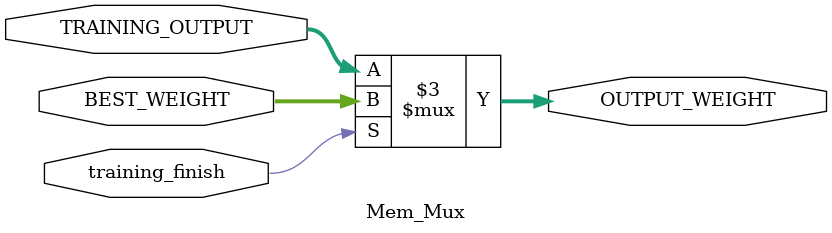
<source format=v>
/*
+ Project   : Emulator Graduation Project 2018 ASU-CSE
+ Module    : Mem_Mux.v
+ Abstract  :Multiplex between best weights and the output produced from training.  
*/
module Mem_Mux#(
parameter BIT_WIDTH=32,
parameter EXTRA_BIT=2
)
(
input wire   training_finish, 
input wire   [(BIT_WIDTH+EXTRA_BIT)-1:0] TRAINING_OUTPUT,      
input wire   [(BIT_WIDTH+EXTRA_BIT)-1:0] BEST_WEIGHT ,
output reg   [(BIT_WIDTH+EXTRA_BIT)-1:0]  OUTPUT_WEIGHT   //The output signal
    );

always@(*) 
begin
if(training_finish)
OUTPUT_WEIGHT <=BEST_WEIGHT;
else OUTPUT_WEIGHT <= TRAINING_OUTPUT;
end

endmodule

</source>
